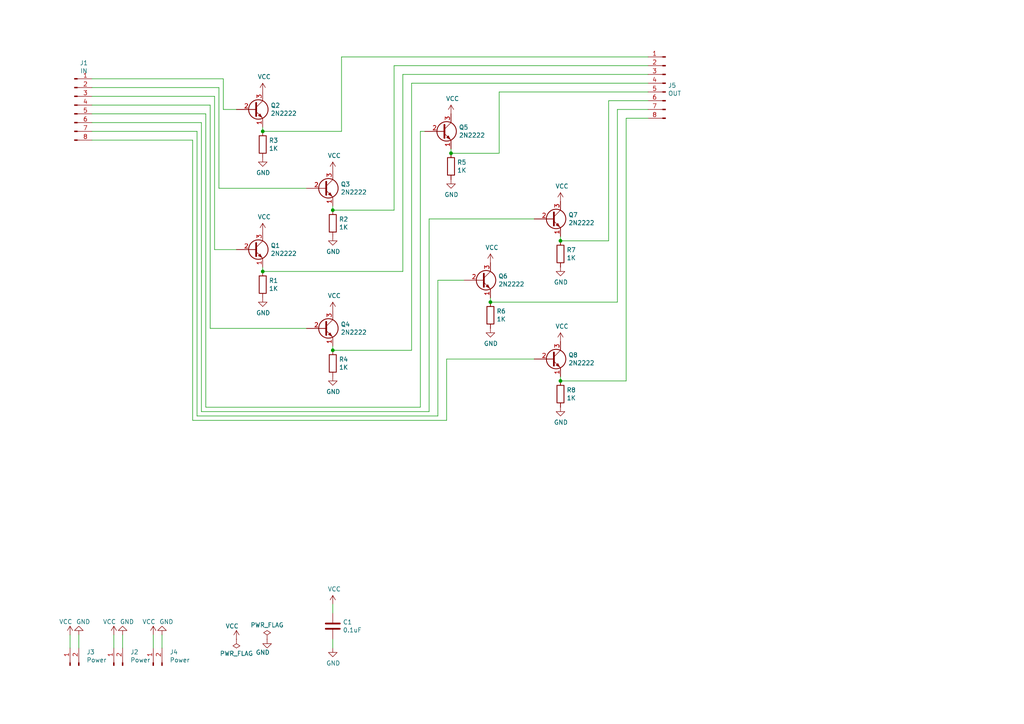
<source format=kicad_sch>
(kicad_sch (version 20230121) (generator eeschema)
  (paper "A4")
  (title_block (title "High Current Buffer") (date "2020-04-10") (rev "1"))
  (lib_symbols
    (symbol "2n2222:2N2222" (pin_names (offset 0) hide)
      (property "Reference" "Q" (at 5.08 1.905 0))
      (property "Value" "2N2222" (at 5.08 0 0))
      (symbol "2N2222_0_1"
        (polyline (pts (xy 0.635 0.635) (xy 2.54 2.54)))
        (polyline (pts (xy 0.635 -0.635) (xy 2.54 -2.54) (xy 2.54 -2.54)))
        (polyline (pts (xy 0.635 1.905) (xy 0.635 -1.905) (xy 0.635 -1.905)) (stroke (width 0.508)))
        (polyline (pts (xy 1.27 -1.778) (xy 1.778 -1.27) (xy 2.286 -2.286) (xy 1.27 -1.778) (xy 1.27 -1.778)) (fill (type outline)))
        (circle (center 1.27 0) (radius 2.8194) (stroke (width 0.254)))
      )
      (symbol "2N2222_1_1"
        (pin passive line (at 2.54 -5.08 90) (length 2.54) (name "E") (number "1"))
        (pin passive line (at -5.08 0 0) (length 5.715) (name "B") (number "2"))
        (pin passive line (at 2.54 5.08 270) (length 2.54) (name "C") (number "3"))
      )
    )
    (symbol "Connector:Conn_01x02_Pin" (pin_names (offset 1.016) hide)
      (property "Reference" "J" (at 0 2.54 0))
      (property "Value" "Conn_01x02_Pin" (at 0 -5.08 0))
      (symbol "Conn_01x02_Pin_1_1"
        (polyline (pts (xy 1.27 -2.54) (xy 0.8636 -2.54)) (stroke (width 0.1524)))
        (polyline (pts (xy 1.27 0) (xy 0.8636 0)) (stroke (width 0.1524)))
        (rectangle (start 0.8636 -2.413) (end 0 -2.667) (stroke (width 0.1524)) (fill (type outline)))
        (rectangle (start 0.8636 0.127) (end 0 -0.127) (stroke (width 0.1524)) (fill (type outline)))
        (pin passive line (at 5.08 0 180) (length 3.81) (name "Pin_1") (number "1"))
        (pin passive line (at 5.08 -2.54 180) (length 3.81) (name "Pin_2") (number "2"))
      )
    )
    (symbol "Connector:Conn_01x08_Pin" (pin_names (offset 1.016) hide)
      (property "Reference" "J" (at 0 10.16 0))
      (property "Value" "Conn_01x08_Pin" (at 0 -12.7 0))
      (symbol "Conn_01x08_Pin_1_1"
        (polyline (pts (xy 1.27 -10.16) (xy 0.8636 -10.16)) (stroke (width 0.1524)))
        (polyline (pts (xy 1.27 -7.62) (xy 0.8636 -7.62)) (stroke (width 0.1524)))
        (polyline (pts (xy 1.27 -5.08) (xy 0.8636 -5.08)) (stroke (width 0.1524)))
        (polyline (pts (xy 1.27 -2.54) (xy 0.8636 -2.54)) (stroke (width 0.1524)))
        (polyline (pts (xy 1.27 0) (xy 0.8636 0)) (stroke (width 0.1524)))
        (polyline (pts (xy 1.27 2.54) (xy 0.8636 2.54)) (stroke (width 0.1524)))
        (polyline (pts (xy 1.27 5.08) (xy 0.8636 5.08)) (stroke (width 0.1524)))
        (polyline (pts (xy 1.27 7.62) (xy 0.8636 7.62)) (stroke (width 0.1524)))
        (rectangle (start 0.8636 -10.033) (end 0 -10.287) (stroke (width 0.1524)) (fill (type outline)))
        (rectangle (start 0.8636 -7.493) (end 0 -7.747) (stroke (width 0.1524)) (fill (type outline)))
        (rectangle (start 0.8636 -4.953) (end 0 -5.207) (stroke (width 0.1524)) (fill (type outline)))
        (rectangle (start 0.8636 -2.413) (end 0 -2.667) (stroke (width 0.1524)) (fill (type outline)))
        (rectangle (start 0.8636 0.127) (end 0 -0.127) (stroke (width 0.1524)) (fill (type outline)))
        (rectangle (start 0.8636 2.667) (end 0 2.413) (stroke (width 0.1524)) (fill (type outline)))
        (rectangle (start 0.8636 5.207) (end 0 4.953) (stroke (width 0.1524)) (fill (type outline)))
        (rectangle (start 0.8636 7.747) (end 0 7.493) (stroke (width 0.1524)) (fill (type outline)))
        (pin passive line (at 5.08 7.62 180) (length 3.81) (name "Pin_1") (number "1"))
        (pin passive line (at 5.08 5.08 180) (length 3.81) (name "Pin_2") (number "2"))
        (pin passive line (at 5.08 2.54 180) (length 3.81) (name "Pin_3") (number "3"))
        (pin passive line (at 5.08 0 180) (length 3.81) (name "Pin_4") (number "4"))
        (pin passive line (at 5.08 -2.54 180) (length 3.81) (name "Pin_5") (number "5"))
        (pin passive line (at 5.08 -5.08 180) (length 3.81) (name "Pin_6") (number "6"))
        (pin passive line (at 5.08 -7.62 180) (length 3.81) (name "Pin_7") (number "7"))
        (pin passive line (at 5.08 -10.16 180) (length 3.81) (name "Pin_8") (number "8"))
      )
    )
    (symbol "Device:C" (pin_numbers hide) (pin_names (offset 0.254))
      (property "Reference" "C" (at 0.635 2.54 0))
      (property "Value" "C" (at 0.635 -2.54 0))
      (symbol "C_0_1"
        (polyline (pts (xy -2.032 -0.762) (xy 2.032 -0.762)) (stroke (width 0.508)))
        (polyline (pts (xy -2.032 0.762) (xy 2.032 0.762)) (stroke (width 0.508)))
      )
      (symbol "C_1_1"
        (pin passive line (at 0 3.81 270) (length 2.794) (name "~") (number "1"))
        (pin passive line (at 0 -3.81 90) (length 2.794) (name "~") (number "2"))
      )
    )
    (symbol "Device:R" (pin_numbers hide) (pin_names (offset 0))
      (property "Reference" "R" (at 2.032 0 90))
      (property "Value" "R" (at 0 0 90))
      (symbol "R_0_1"
        (rectangle (start -1.016 -2.54) (end 1.016 2.54) (stroke (width 0.254)))
      )
      (symbol "R_1_1"
        (pin passive line (at 0 3.81 270) (length 1.27) (name "~") (number "1"))
        (pin passive line (at 0 -3.81 90) (length 1.27) (name "~") (number "2"))
      )
    )
    (symbol "power:GND" (power) (pin_names (offset 0))
      (property "Value" "GND" (at 0 -3.81 0))
      (symbol "GND_0_1"
        (polyline (pts (xy 0 0) (xy 0 -1.27) (xy 1.27 -1.27) (xy 0 -2.54) (xy -1.27 -1.27) (xy 0 -1.27)))
      )
      (symbol "GND_1_1"
        (pin power_in line (at 0 0 270) (length 0) hide (name "GND") (number "1"))
      )
    )
    (symbol "power:PWR_FLAG" (power) (pin_numbers hide) (pin_names (offset 0) hide)
      (property "Value" "PWR_FLAG" (at 0 3.81 0))
      (symbol "PWR_FLAG_0_0"
        (pin power_out line (at 0 0 90) (length 0) (name "pwr") (number "1"))
      )
      (symbol "PWR_FLAG_0_1"
        (polyline (pts (xy 0 0) (xy 0 1.27) (xy -1.016 1.905) (xy 0 2.54) (xy 1.016 1.905) (xy 0 1.27)))
      )
    )
    (symbol "power:VCC" (power) (pin_names (offset 0))
      (property "Value" "VCC" (at 0 3.81 0))
      (symbol "VCC_0_1"
        (polyline (pts (xy -0.762 1.27) (xy 0 2.54)))
        (polyline (pts (xy 0 0) (xy 0 2.54)))
        (polyline (pts (xy 0 2.54) (xy 0.762 1.27)))
      )
      (symbol "VCC_1_1"
        (pin power_in line (at 0 0 90) (length 0) hide (name "VCC") (number "1"))
      )
    )
  )
  (junction (at 76.2 38.1))
  (junction (at 96.52 60.96))
  (junction (at 162.56 110.49))
  (junction (at 142.24 87.63))
  (junction (at 76.2 78.74))
  (junction (at 130.81 44.45))
  (junction (at 162.56 69.85))
  (junction (at 96.52 101.6))
  (wire (pts (xy 129.54 104.14) (xy 154.94 104.14)))
  (wire (pts (xy 55.88 121.92) (xy 129.54 121.92)))
  (wire (pts (xy 44.45 184.15) (xy 44.45 187.96)))
  (wire (pts (xy 96.52 60.96) (xy 96.52 59.69)))
  (wire (pts (xy 63.5 54.61) (xy 88.9 54.61)))
  (wire (pts (xy 116.84 78.74) (xy 116.84 21.59)))
  (wire (pts (xy 59.69 118.11) (xy 121.92 118.11)))
  (wire (pts (xy 114.3 19.05) (xy 187.96 19.05)))
  (wire (pts (xy 58.42 35.56) (xy 58.42 119.38)))
  (wire (pts (xy 55.88 40.64) (xy 55.88 121.92)))
  (wire (pts (xy 20.32 187.96) (xy 20.32 184.15)))
  (wire (pts (xy 76.2 78.74) (xy 76.2 77.47)))
  (wire (pts (xy 144.78 26.67) (xy 187.96 26.67)))
  (wire (pts (xy 60.96 30.48) (xy 60.96 95.25)))
  (wire (pts (xy 116.84 21.59) (xy 187.96 21.59)))
  (wire (pts (xy 96.52 185.42) (xy 96.52 187.96)))
  (wire (pts (xy 130.81 44.45) (xy 130.81 43.18)))
  (wire (pts (xy 176.53 69.85) (xy 176.53 29.21)))
  (wire (pts (xy 176.53 29.21) (xy 187.96 29.21)))
  (wire (pts (xy 22.86 187.96) (xy 22.86 184.15)))
  (wire (pts (xy 26.67 33.02) (xy 59.69 33.02)))
  (wire (pts (xy 142.24 87.63) (xy 142.24 86.36)))
  (wire (pts (xy 162.56 69.85) (xy 176.53 69.85)))
  (wire (pts (xy 121.92 118.11) (xy 121.92 38.1)))
  (wire (pts (xy 64.77 31.75) (xy 68.58 31.75)))
  (wire (pts (xy 26.67 27.94) (xy 62.23 27.94)))
  (wire (pts (xy 99.06 38.1) (xy 99.06 16.51)))
  (wire (pts (xy 96.52 60.96) (xy 114.3 60.96)))
  (wire (pts (xy 96.52 175.26) (xy 96.52 177.8)))
  (wire (pts (xy 26.67 22.86) (xy 64.77 22.86)))
  (wire (pts (xy 26.67 40.64) (xy 55.88 40.64)))
  (wire (pts (xy 26.67 30.48) (xy 60.96 30.48)))
  (wire (pts (xy 26.67 35.56) (xy 58.42 35.56)))
  (wire (pts (xy 162.56 110.49) (xy 181.61 110.49)))
  (wire (pts (xy 127 120.65) (xy 127 81.28)))
  (wire (pts (xy 57.15 38.1) (xy 57.15 120.65)))
  (wire (pts (xy 33.02 184.15) (xy 33.02 187.96)))
  (wire (pts (xy 63.5 25.4) (xy 63.5 54.61)))
  (wire (pts (xy 76.2 38.1) (xy 76.2 36.83)))
  (wire (pts (xy 57.15 120.65) (xy 127 120.65)))
  (wire (pts (xy 181.61 34.29) (xy 187.96 34.29)))
  (wire (pts (xy 119.38 24.13) (xy 187.96 24.13)))
  (wire (pts (xy 162.56 69.85) (xy 162.56 68.58)))
  (wire (pts (xy 121.92 38.1) (xy 123.19 38.1)))
  (wire (pts (xy 179.07 31.75) (xy 187.96 31.75)))
  (wire (pts (xy 76.2 78.74) (xy 116.84 78.74)))
  (wire (pts (xy 35.56 187.96) (xy 35.56 184.15)))
  (wire (pts (xy 59.69 33.02) (xy 59.69 118.11)))
  (wire (pts (xy 162.56 110.49) (xy 162.56 109.22)))
  (wire (pts (xy 144.78 44.45) (xy 144.78 26.67)))
  (wire (pts (xy 46.99 187.96) (xy 46.99 184.15)))
  (wire (pts (xy 26.67 25.4) (xy 63.5 25.4)))
  (wire (pts (xy 181.61 110.49) (xy 181.61 34.29)))
  (wire (pts (xy 114.3 60.96) (xy 114.3 19.05)))
  (wire (pts (xy 130.81 44.45) (xy 144.78 44.45)))
  (wire (pts (xy 64.77 22.86) (xy 64.77 31.75)))
  (wire (pts (xy 129.54 121.92) (xy 129.54 104.14)))
  (wire (pts (xy 96.52 101.6) (xy 96.52 100.33)))
  (wire (pts (xy 58.42 119.38) (xy 124.46 119.38)))
  (wire (pts (xy 62.23 27.94) (xy 62.23 72.39)))
  (wire (pts (xy 76.2 38.1) (xy 99.06 38.1)))
  (wire (pts (xy 142.24 87.63) (xy 179.07 87.63)))
  (wire (pts (xy 124.46 119.38) (xy 124.46 63.5)))
  (wire (pts (xy 96.52 101.6) (xy 119.38 101.6)))
  (wire (pts (xy 124.46 63.5) (xy 154.94 63.5)))
  (wire (pts (xy 119.38 101.6) (xy 119.38 24.13)))
  (wire (pts (xy 26.67 38.1) (xy 57.15 38.1)))
  (wire (pts (xy 60.96 95.25) (xy 88.9 95.25)))
  (wire (pts (xy 127 81.28) (xy 134.62 81.28)))
  (wire (pts (xy 62.23 72.39) (xy 68.58 72.39)))
  (wire (pts (xy 179.07 87.63) (xy 179.07 31.75)))
  (wire (pts (xy 99.06 16.51) (xy 187.96 16.51)))
  (symbol (lib_id "2n2222:2N2222") (at 73.66 31.75 0) (unit 1)
    (property "Reference" "Q2" (at 78.486 30.5816 0) (effects (justify left)))
    (property "Value" "2N2222" (at 78.486 32.893 0) (effects (justify left)))
    (property "Footprint" "Package_TO_SOT_THT:TO-92_Inline" (effects hide))
    (property "Datasheet" "https://www.fairchildsemi.com/datasheets/2N/2N3904.pdf" (effects hide))
  )
  (symbol (lib_id "Connector:Conn_01x02_Pin") (at 33.02 193.04 90) (unit 1)
    (property "Reference" "J2" (at 37.7952 189.1284 90) (effects (justify right)))
    (property "Value" "Power" (at 37.7952 191.4398 90) (effects (justify right)))
    (property "Footprint" "Connector_PinHeader_2.54mm:PinHeader_1x02_P2.54mm_Vertical" (effects hide))
  )
  (symbol (lib_id "Device:R") (at 76.2 41.91 0) (unit 1)
    (property "Reference" "R3" (at 77.978 40.7416 0) (effects (justify left)))
    (property "Value" "1K" (at 77.978 43.053 0) (effects (justify left)))
    (property "Footprint" "Resistor_THT:R_Axial_DIN0309_L9.0mm_D3.2mm_P12.70mm_Horizontal" (effects hide))
  )
  (symbol (lib_id "Connector:Conn_01x02_Pin") (at 44.45 193.04 90) (unit 1)
    (property "Reference" "J4" (at 49.2252 189.1284 90) (effects (justify right)))
    (property "Value" "Power" (at 49.2252 191.4398 90) (effects (justify right)))
    (property "Footprint" "Connector_PinHeader_2.54mm:PinHeader_1x02_P2.54mm_Vertical" (effects hide))
  )
  (symbol (lib_id "power:GND") (at 35.56 184.15 180) (unit 1)
    (property "Reference" "#PWR010" (effects hide))
    (property "Value" "GND" (at 36.83 180.34 0))
  )
  (symbol (lib_id "power:GND") (at 46.99 184.15 180) (unit 1)
    (property "Reference" "#PWR012" (effects hide))
    (property "Value" "GND" (at 48.26 180.34 0))
  )
  (symbol (lib_id "power:GND") (at 76.2 45.72 0) (unit 1)
    (property "Reference" "#PWR04" (effects hide))
    (property "Value" "GND" (at 76.327 50.1142 0))
  )
  (symbol (lib_id "power:VCC") (at 33.02 184.15 0) (unit 1)
    (property "Reference" "#PWR09" (effects hide))
    (property "Value" "VCC" (at 31.75 180.34 0))
  )
  (symbol (lib_id "power:VCC") (at 44.45 184.15 0) (unit 1)
    (property "Reference" "#PWR011" (effects hide))
    (property "Value" "VCC" (at 43.18 180.34 0))
  )
  (symbol (lib_id "power:VCC") (at 76.2 26.67 0) (unit 1)
    (property "Reference" "#PWR03" (effects hide))
    (property "Value" "VCC" (at 76.6318 22.2758 0))
  )
  (symbol (lib_id "power:VCC") (at 96.52 175.26 0) (unit 1)
    (property "Reference" "#PWR013" (effects hide))
    (property "Value" "VCC" (at 96.9518 170.8658 0))
  )
  (symbol (lib_id "power:GND") (at 96.52 187.96 0) (unit 1)
    (property "Reference" "#PWR014" (effects hide))
    (property "Value" "GND" (at 96.647 192.3542 0))
  )
  (symbol (lib_id "Device:C") (at 96.52 181.61 0) (unit 1)
    (property "Reference" "C1" (at 99.441 180.4416 0) (effects (justify left)))
    (property "Value" "0.1uF" (at 99.441 182.753 0) (effects (justify left)))
    (property "Footprint" "Capacitor_THT:C_Disc_D4.3mm_W1.9mm_P5.00mm" (effects hide))
  )
  (symbol (lib_id "Connector:Conn_01x02_Pin") (at 20.32 193.04 90) (unit 1)
    (property "Reference" "J3" (at 25.0952 189.1284 90) (effects (justify right)))
    (property "Value" "Power" (at 25.0952 191.4398 90) (effects (justify right)))
    (property "Footprint" "Connector_PinHeader_2.54mm:PinHeader_1x02_P2.54mm_Vertical" (effects hide))
  )
  (symbol (lib_id "power:VCC") (at 20.32 184.15 0) (unit 1)
    (property "Reference" "#PWR07" (effects hide))
    (property "Value" "VCC" (at 19.05 180.34 0))
  )
  (symbol (lib_id "power:GND") (at 22.86 184.15 180) (unit 1)
    (property "Reference" "#PWR08" (effects hide))
    (property "Value" "GND" (at 24.13 180.34 0))
  )
  (symbol (lib_id "Connector:Conn_01x08_Pin") (at 193.04 24.13 0) (mirror y) (unit 1)
    (property "Reference" "J5" (at 193.7512 24.7904 0) (effects (justify right)))
    (property "Value" "OUT" (at 193.7512 27.1018 0) (effects (justify right)))
    (property "Footprint" "Connector_PinHeader_2.54mm:PinHeader_1x08_P2.54mm_Vertical" (effects hide))
  )
  (symbol (lib_id "Connector:Conn_01x08_Pin") (at 21.59 30.48 0) (unit 1)
    (property "Reference" "J1" (at 24.3332 18.2626 0))
    (property "Value" "IN" (at 24.3332 20.574 0))
    (property "Footprint" "Connector_PinHeader_2.54mm:PinHeader_1x08_P2.54mm_Vertical" (effects hide))
  )
  (symbol (lib_id "Device:R") (at 76.2 82.55 0) (unit 1)
    (property "Reference" "R1" (at 77.978 81.3816 0) (effects (justify left)))
    (property "Value" "1K" (at 77.978 83.693 0) (effects (justify left)))
    (property "Footprint" "Resistor_THT:R_Axial_DIN0309_L9.0mm_D3.2mm_P12.70mm_Horizontal" (effects hide))
  )
  (symbol (lib_id "power:GND") (at 76.2 86.36 0) (unit 1)
    (property "Reference" "#PWR0101" (effects hide))
    (property "Value" "GND" (at 76.327 90.7542 0))
  )
  (symbol (lib_id "power:VCC") (at 76.2 67.31 0) (unit 1)
    (property "Reference" "#PWR0102" (effects hide))
    (property "Value" "VCC" (at 76.6318 62.9158 0))
  )
  (symbol (lib_id "2n2222:2N2222") (at 73.66 72.39 0) (unit 1)
    (property "Reference" "Q1" (at 78.486 71.2216 0) (effects (justify left)))
    (property "Value" "2N2222" (at 78.486 73.533 0) (effects (justify left)))
    (property "Footprint" "Package_TO_SOT_THT:TO-92_Inline" (effects hide))
    (property "Datasheet" "https://www.fairchildsemi.com/datasheets/2N/2N3904.pdf" (effects hide))
  )
  (symbol (lib_id "Device:R") (at 96.52 64.77 0) (unit 1)
    (property "Reference" "R2" (at 98.298 63.6016 0) (effects (justify left)))
    (property "Value" "1K" (at 98.298 65.913 0) (effects (justify left)))
    (property "Footprint" "Resistor_THT:R_Axial_DIN0309_L9.0mm_D3.2mm_P12.70mm_Horizontal" (effects hide))
  )
  (symbol (lib_id "power:GND") (at 96.52 68.58 0) (unit 1)
    (property "Reference" "#PWR0103" (effects hide))
    (property "Value" "GND" (at 96.647 72.9742 0))
  )
  (symbol (lib_id "power:VCC") (at 96.52 49.53 0) (unit 1)
    (property "Reference" "#PWR0104" (effects hide))
    (property "Value" "VCC" (at 96.9518 45.1358 0))
  )
  (symbol (lib_id "2n2222:2N2222") (at 93.98 54.61 0) (unit 1)
    (property "Reference" "Q3" (at 98.806 53.4416 0) (effects (justify left)))
    (property "Value" "2N2222" (at 98.806 55.753 0) (effects (justify left)))
    (property "Footprint" "Package_TO_SOT_THT:TO-92_Inline" (effects hide))
    (property "Datasheet" "https://www.fairchildsemi.com/datasheets/2N/2N3904.pdf" (effects hide))
  )
  (symbol (lib_id "Device:R") (at 96.52 105.41 0) (unit 1)
    (property "Reference" "R4" (at 98.298 104.2416 0) (effects (justify left)))
    (property "Value" "1K" (at 98.298 106.553 0) (effects (justify left)))
    (property "Footprint" "Resistor_THT:R_Axial_DIN0309_L9.0mm_D3.2mm_P12.70mm_Horizontal" (effects hide))
  )
  (symbol (lib_id "power:GND") (at 96.52 109.22 0) (unit 1)
    (property "Reference" "#PWR0105" (effects hide))
    (property "Value" "GND" (at 96.647 113.6142 0))
  )
  (symbol (lib_id "power:VCC") (at 96.52 90.17 0) (unit 1)
    (property "Reference" "#PWR0106" (effects hide))
    (property "Value" "VCC" (at 96.9518 85.7758 0))
  )
  (symbol (lib_id "2n2222:2N2222") (at 93.98 95.25 0) (unit 1)
    (property "Reference" "Q4" (at 98.806 94.0816 0) (effects (justify left)))
    (property "Value" "2N2222" (at 98.806 96.393 0) (effects (justify left)))
    (property "Footprint" "Package_TO_SOT_THT:TO-92_Inline" (effects hide))
    (property "Datasheet" "https://www.fairchildsemi.com/datasheets/2N/2N3904.pdf" (effects hide))
  )
  (symbol (lib_id "Device:R") (at 130.81 48.26 0) (unit 1)
    (property "Reference" "R5" (at 132.588 47.0916 0) (effects (justify left)))
    (property "Value" "1K" (at 132.588 49.403 0) (effects (justify left)))
    (property "Footprint" "Resistor_THT:R_Axial_DIN0309_L9.0mm_D3.2mm_P12.70mm_Horizontal" (effects hide))
  )
  (symbol (lib_id "power:GND") (at 130.81 52.07 0) (unit 1)
    (property "Reference" "#PWR0107" (effects hide))
    (property "Value" "GND" (at 130.937 56.4642 0))
  )
  (symbol (lib_id "power:VCC") (at 130.81 33.02 0) (unit 1)
    (property "Reference" "#PWR0108" (effects hide))
    (property "Value" "VCC" (at 131.2418 28.6258 0))
  )
  (symbol (lib_id "2n2222:2N2222") (at 128.27 38.1 0) (unit 1)
    (property "Reference" "Q5" (at 133.096 36.9316 0) (effects (justify left)))
    (property "Value" "2N2222" (at 133.096 39.243 0) (effects (justify left)))
    (property "Footprint" "Package_TO_SOT_THT:TO-92_Inline" (effects hide))
    (property "Datasheet" "https://www.fairchildsemi.com/datasheets/2N/2N3904.pdf" (effects hide))
  )
  (symbol (lib_id "Device:R") (at 142.24 91.44 0) (unit 1)
    (property "Reference" "R6" (at 144.018 90.2716 0) (effects (justify left)))
    (property "Value" "1K" (at 144.018 92.583 0) (effects (justify left)))
    (property "Footprint" "Resistor_THT:R_Axial_DIN0309_L9.0mm_D3.2mm_P12.70mm_Horizontal" (effects hide))
  )
  (symbol (lib_id "power:GND") (at 142.24 95.25 0) (unit 1)
    (property "Reference" "#PWR0109" (effects hide))
    (property "Value" "GND" (at 142.367 99.6442 0))
  )
  (symbol (lib_id "power:VCC") (at 142.24 76.2 0) (unit 1)
    (property "Reference" "#PWR0110" (effects hide))
    (property "Value" "VCC" (at 142.6718 71.8058 0))
  )
  (symbol (lib_id "2n2222:2N2222") (at 139.7 81.28 0) (unit 1)
    (property "Reference" "Q6" (at 144.526 80.1116 0) (effects (justify left)))
    (property "Value" "2N2222" (at 144.526 82.423 0) (effects (justify left)))
    (property "Footprint" "Package_TO_SOT_THT:TO-92_Inline" (effects hide))
    (property "Datasheet" "https://www.fairchildsemi.com/datasheets/2N/2N3904.pdf" (effects hide))
  )
  (symbol (lib_id "Device:R") (at 162.56 73.66 0) (unit 1)
    (property "Reference" "R7" (at 164.338 72.4916 0) (effects (justify left)))
    (property "Value" "1K" (at 164.338 74.803 0) (effects (justify left)))
    (property "Footprint" "Resistor_THT:R_Axial_DIN0309_L9.0mm_D3.2mm_P12.70mm_Horizontal" (effects hide))
  )
  (symbol (lib_id "power:GND") (at 162.56 77.47 0) (unit 1)
    (property "Reference" "#PWR0111" (effects hide))
    (property "Value" "GND" (at 162.687 81.8642 0))
  )
  (symbol (lib_id "power:VCC") (at 162.56 58.42 0) (unit 1)
    (property "Reference" "#PWR0112" (effects hide))
    (property "Value" "VCC" (at 162.9918 54.0258 0))
  )
  (symbol (lib_id "2n2222:2N2222") (at 160.02 63.5 0) (unit 1)
    (property "Reference" "Q7" (at 164.846 62.3316 0) (effects (justify left)))
    (property "Value" "2N2222" (at 164.846 64.643 0) (effects (justify left)))
    (property "Footprint" "Package_TO_SOT_THT:TO-92_Inline" (effects hide))
    (property "Datasheet" "https://www.fairchildsemi.com/datasheets/2N/2N3904.pdf" (effects hide))
  )
  (symbol (lib_id "Device:R") (at 162.56 114.3 0) (unit 1)
    (property "Reference" "R8" (at 164.338 113.1316 0) (effects (justify left)))
    (property "Value" "1K" (at 164.338 115.443 0) (effects (justify left)))
    (property "Footprint" "Resistor_THT:R_Axial_DIN0309_L9.0mm_D3.2mm_P12.70mm_Horizontal" (effects hide))
  )
  (symbol (lib_id "power:GND") (at 162.56 118.11 0) (unit 1)
    (property "Reference" "#PWR0113" (effects hide))
    (property "Value" "GND" (at 162.687 122.5042 0))
  )
  (symbol (lib_id "power:VCC") (at 162.56 99.06 0) (unit 1)
    (property "Reference" "#PWR0114" (effects hide))
    (property "Value" "VCC" (at 162.9918 94.6658 0))
  )
  (symbol (lib_id "2n2222:2N2222") (at 160.02 104.14 0) (unit 1)
    (property "Reference" "Q8" (at 164.846 102.9716 0) (effects (justify left)))
    (property "Value" "2N2222" (at 164.846 105.283 0) (effects (justify left)))
    (property "Footprint" "Package_TO_SOT_THT:TO-92_Inline" (effects hide))
    (property "Datasheet" "https://www.fairchildsemi.com/datasheets/2N/2N3904.pdf" (effects hide))
  )
  (symbol (lib_id "power:PWR_FLAG") (at 77.47 185.42 0) (unit 1)
    (property "Reference" "#FLG02" (effects hide))
    (property "Value" "PWR_FLAG" (at 77.47 181.2869 0))
  )
  (symbol (lib_id "power:PWR_FLAG") (at 68.58 185.42 180) (unit 1)
    (property "Reference" "#FLG01" (effects hide))
    (property "Value" "PWR_FLAG" (at 68.58 189.5531 0))
  )
  (symbol (lib_id "power:GND") (at 77.47 185.42 0) (unit 1)
    (property "Reference" "#PWR02" (effects hide))
    (property "Value" "GND" (at 76.2 189.23 0))
  )
  (symbol (lib_id "power:VCC") (at 68.58 185.42 0) (unit 1)
    (property "Reference" "#PWR01" (effects hide))
    (property "Value" "VCC" (at 67.31 181.61 0))
  )
)
</source>
